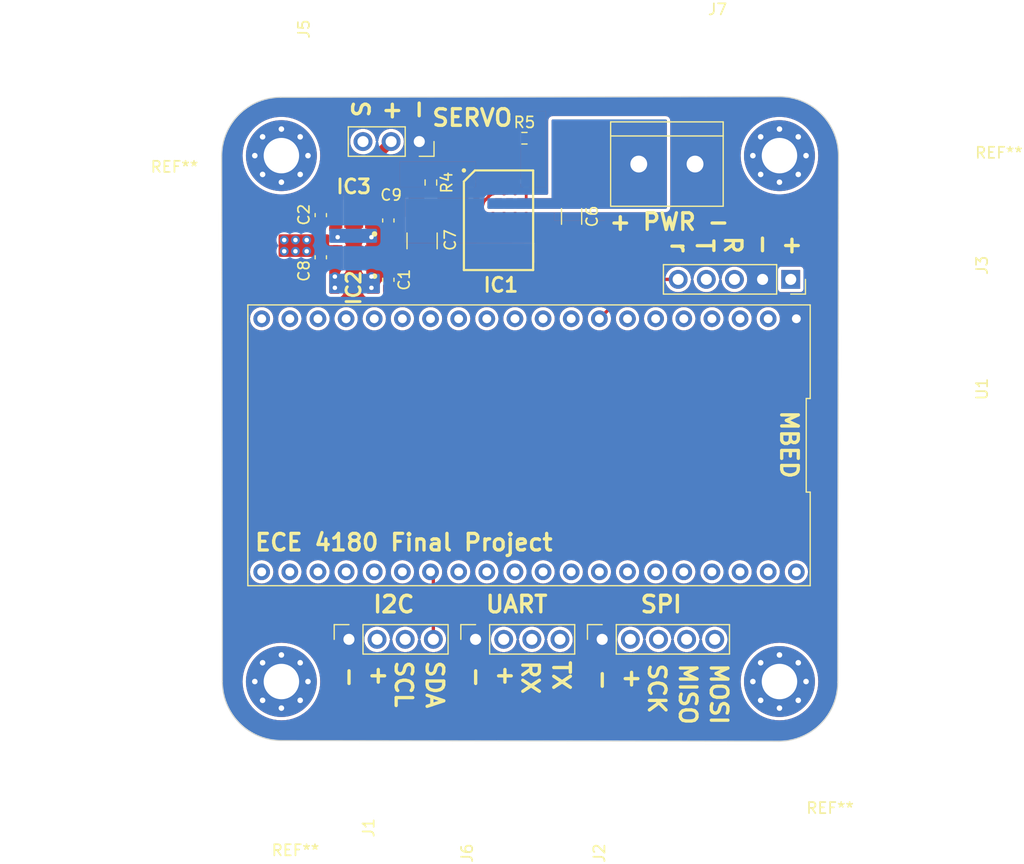
<source format=kicad_pcb>
(kicad_pcb (version 20221018) (generator pcbnew)
  (layers (0 "F.Cu" signal) (1 "In1.Cu" signal) (2 "In2.Cu" signal) (31 "B.Cu" signal) (34 "B.Paste" user) (35 "F.Paste" user) (36 "B.SilkS" user "B.Silkscreen") (37 "F.SilkS" user "F.Silkscreen") (38 "B.Mask" user) (39 "F.Mask" user) (44 "Edge.Cuts" user))
  (net 0 "")
  (net 1 "Net-(IC1-VOUT_1)")
  (net 2 "GND")
  (net 3 "/5V_SERVO")
  (net 4 "Net-(IC1-RUN)")
  (net 5 "/5V")
  (net 6 "Net-(IC1-AUX)")
  (net 9 "Net-(IC1-RT)")
  (net 10 "Net-(IC1-FB)")
  (net 12 "Net-(J1-Pin_3)")
  (net 13 "Net-(J1-Pin_4)")
  (net 14 "Net-(J2-Pin_3)")
  (net 15 "Net-(J2-Pin_4)")
  (net 16 "Net-(J2-Pin_5)")
  (net 17 "/RX")
  (net 18 "/TX")
  (net 19 "/RESET")
  (net 20 "Net-(J5-Pin_3)")
  (net 21 "Net-(J6-Pin_3)")
  (net 22 "Net-(J6-Pin_4)")
  (footprint "0_myLib:BGA48C100P6X8_625X900X352" (layer "F.Cu") (at 217.718 56.634)
    (fp_text reference "IC1" (at 0.214 5.85) (layer "F.SilkS") (effects (font (size 1.27 1.27) (thickness 0.254))))
    (fp_text value "LTM8053EY-1#PBF" hide)
    (fp_line (start -3.125 -3.5) (end -2.125 -4.5) (stroke (width 0.2)) (layer "F.SilkS"))
    (fp_line (start -3.125 4.5) (end -3.125 -3.5) (stroke (width 0.2)) (layer "F.SilkS"))
    (fp_line (start -2.125 -4.5) (end 3.125 -4.5) (stroke (width 0.2)) (layer "F.SilkS"))
    (fp_line (start 3.125 -4.5) (end 3.125 4.5) (stroke (width 0.2)) (layer "F.SilkS"))
    (fp_line (start 3.125 4.5) (end -3.125 4.5) (stroke (width 0.2)) (layer "F.SilkS"))
    (fp_circle (center -3.125 -4.5) (end -3.125 -4.4) (stroke (width 0.2)) (fill none) (layer "F.SilkS"))
    (pad "A1" smd circle (at -2.5 -3.5 90) (size 0.5 0.5) (layers "F.Cu" "F.Paste" "F.Mask") (net 2 "GND"))
    (pad "A2" smd circle (at -1.5 -3.5 90) (size 0.5 0.5) (layers "F.Cu" "F.Paste" "F.Mask") (net 6 "Net-(IC1-AUX)"))
    (pad "A3" smd circle (at -0.5 -3.5 90) (size 0.5 0.5) (layers "F.Cu" "F.Paste" "F.Mask"))
    (pad "A4" smd circle (at 0.5 -3.5 90) (size 0.5 0.5) (layers "F.Cu" "F.Paste" "F.Mask"))
    (pad "A5" smd circle (at 1.5 -3.5 90) (size 0.5 0.5) (layers "F.Cu" "F.Paste" "F.Mask") (net 9 "Net-(IC1-RT)"))
    (pad "A6" smd circle (at 2.5 -3.5 90) (size 0.5 0.5) (layers "F.Cu" "F.Paste" "F.Mask") (net 2 "GND"))
    (pad "B1" smd circle (at -2.5 -2.5 90) (size 0.5 0.5) (layers "F.Cu" "F.Paste" "F.Mask") (net 10 "Net-(IC1-FB)"))
    (pad "B2" smd circle (at -1.5 -2.5 90) (size 0.5 0.5) (layers "F.Cu" "F.Paste" "F.Mask") (net 6 "Net-(IC1-AUX)"))
    (pad "B3" smd circle (at -0.5 -2.5 90) (size 0.5 0.5) (layers "F.Cu" "F.Paste" "F.Mask") (net 2 "GND"))
    (pad "B4" smd circle (at 0.5 -2.5 90) (size 0.5 0.5) (layers "F.Cu" "F.Paste" "F.Mask") (net 2 "GND"))
    (pad "B5" smd circle (at 1.5 -2.5 90) (size 0.5 0.5) (layers "F.Cu" "F.Paste" "F.Mask"))
    (pad "B6" smd circle (at 2.5 -2.5 90) (size 0.5 0.5) (layers "F.Cu" "F.Paste" "F.Mask") (net 4 "Net-(IC1-RUN)"))
    (pad "C1" smd circle (at -2.5 -1.5 90) (size 0.5 0.5) (layers "F.Cu" "F.Paste" "F.Mask") (net 2 "GND"))
    (pad "C2" smd circle (at -1.5 -1.5 90) (size 0.5 0.5) (layers "F.Cu" "F.Paste" "F.Mask") (net 2 "GND"))
    (pad "C3" smd circle (at -0.5 -1.5 90) (size 0.5 0.5) (layers "F.Cu" "F.Paste" "F.Mask") (net 4 "Net-(IC1-RUN)"))
    (pad "C4" smd circle (at 0.5 -1.5 90) (size 0.5 0.5) (layers "F.Cu" "F.Paste" "F.Mask") (net 4 "Net-(IC1-RUN)"))
    (pad "C5" smd circle (at 1.5 -1.5 90) (size 0.5 0.5) (layers "F.Cu" "F.Paste" "F.Mask") (net 4 "Net-(IC1-RUN)"))
    (pad "C6" smd circle (at 2.5 -1.5 90) (size 0.5 0.5) (layers "F.Cu" "F.Paste" "F.Mask") (net 4 "Net-(IC1-RUN)"))
    (pad "D1" smd circle (at -2.5 -0.5 90) (size 0.5 0.5) (layers "F.Cu" "F.Paste" "F.Mask") (net 2 "GND"))
    (pad "D2" smd circle (at -1.5 -0.5 90) (size 0.5 0.5) (layers "F.Cu" "F.Paste" "F.Mask") (net 2 "GND"))
    (pad "D3" smd circle (at -0.5 -0.5 90) (size 0.5 0.5) (layers "F.Cu" "F.Paste" "F.Mask") (net 2 "GND"))
    (pad "D4" smd circle (at 0.5 -0.5 90) (size 0.5 0.5) (layers "F.Cu" "F.Paste" "F.Mask") (net 2 "GND"))
    (pad "D5" smd circle (at 1.5 -0.5 90) (size 0.5 0.5) (layers "F.Cu" "F.Paste" "F.Mask") (net 2 "GND"))
    (pad "D6" smd circle (at 2.5 -0.5 90) (size 0.5 0.5) (layers "F.Cu" "F.Paste" "F.Mask") (net 2 "GND"))
    (pad "E1" smd circle (at -2.5 0.5 90) (size 0.5 0.5) (layers "F.Cu" "F.Paste" "F.Mask") (net 2 "GND"))
    (pad "E2" smd circle (at -1.5 0.5 90) (size 0.5 0.5) (layers "F.Cu" "F.Paste" "F.Mask") (net 2 "GND"))
    (pad "E3" smd circle (at -0.5 0.5 90) (size 0.5 0.5) (layers "F.Cu" "F.Paste" "F.Mask") (net 2 "GND"))
    (pad "E4" smd circle (at 0.5 0.5 90) (size 0.5 0.5) (layers "F.Cu" "F.Paste" "F.Mask") (net 2 "GND"))
    (pad "E5" smd circle (at 1.5 0.5 90) (size 0.5 0.5) (layers "F.Cu" "F.Paste" "F.Mask") (net 2 "GND"))
    (pad "E6" smd circle (at 2.5 0.5 90) (size 0.5 0.5) (layers "F.Cu" "F.Paste" "F.Mask") (net 2 "GND"))
    (pad "F1" smd circle (at -2.5 1.5 90) (size 0.5 0.5) (layers "F.Cu" "F.Paste" "F.Mask") (net 2 "GND"))
    (pad "F2" smd circle (at -1.5 1.5 90) (size 0.5 0.5) (layers "F.Cu" "F.Paste" "F.Mask") (net 2 "GND"))
    (pad "F3" smd circle (at -0.5 1.5 90) (size 0.5 0.5) (layers "F.Cu" "F.Paste" "F.Mask") (net 2 "GND"))
    (pad "F4" smd circle (at 0.5 1.5 90) (size 0.5 0.5) (layers "F.Cu" "F.Paste" "F.Mask") (net 2 "GND"))
    (pad "F5" smd circle (at 1.5 1.5 90) (size 0.5 0.5) (layers "F.Cu" "F.Paste" "F.Mask") (net 2 "GND"))
    (pad "F6" smd circle (at 2.5 1.5 90) (size 0.5 0.5) (layers "F.Cu" "F.Paste" "F.Mask") (net 2 "GND"))
    (pad "G1" smd circle (at -2.5 2.5 90) (size 0.5 0.5) (layers "F.Cu" "F.Paste" "F.Mask") (net 1 "Net-(IC1-VOUT_1)"))
    (pad "G2" smd circle (at -1.5 2.5 90) (size 0.5 0.5) (layers "F.Cu" "F.Paste" "F.Mask") (net 1 "Net-(IC1-VOUT_1)"))
    (pad "G3" smd circle (at -0.5 2.5 90) (size 0.5 0.5) (layers "F.Cu" "F.Paste" "F.Mask") (net 1 "Net-(IC1-VOUT_1)"))
    (pad "G4" smd circle (at 0.5 2.5 90) (size 0.5 0.5) (layers "F.Cu" "F.Paste" "F.Mask") (net 1 "Net-(IC1-VOUT_1)"))
    (pad "G5" smd circle (at 1.5 2.5 90) (size 0.5 0.5) (layers "F.Cu" "F.Paste" "F.Mask") (net 1 "Net-(IC1-VOUT_1)"))
    (pad "G6" smd circle (at 2.5 2.5 90) (size 0.5 0.5) (layers "F.Cu" "F.Paste" "F.Mask") (net 1 "Net-(IC1-VOUT_1)"))
    (pad "H1" smd circle (at -2.5 3.5 90) (size 0.5 0.5) (layers "F.Cu" "F.Paste" "F.Mask") (net 1 "Net-(IC1-VOUT_1)"))
    (pad "H2" smd circle (at -1.5 3.5 90) (size 0.5 0.5) (layers "F.Cu" "F.Paste" "F.Mask") (net 1 "Net-(IC1-VOUT_1)"))
    (pad "H3" smd circle (at -0.5 3.5 90) (size 0.5 0.5) (layers "F.Cu" "F.Paste" "F.Mask") (net 1 "Net-(IC1-VOUT_1)"))
    (pad "H4" smd circle (at 0.5 3.5 90) (size 0.5 0.5) (layers "F.Cu" "F.Paste" "F.Mask") (net 1 "Net-(IC1-VOUT_1)"))
    (pad "H5" smd circle (at 1.5 3.5 90) (size 0.5 0.5) (layers "F.Cu" "F.Paste" "F.Mask") (net 1 "Net-(IC1-VOUT_1)"))
    (pad "H6" smd circle (at 2.5 3.5 90) (size 0.5 0.5) (layers "F.Cu" "F.Paste" "F.Mask") (net 1 "Net-(IC1-VOUT_1)"))
  )
  (footprint "Capacitor_SMD:C_0603_1608Metric" (layer "F.Cu") (at 201.676 59.983 -90)
    (fp_text reference "C8" (at 1.231 1.524 90) (layer "F.SilkS"))
    (fp_text value "10 uF")
    (fp_line (start -0.14058 -0.51) (end 0.14058 -0.51) (stroke (width 0.12)) (layer "F.SilkS"))
    (fp_line (start -0.14058 0.51) (end 0.14058 0.51) (stroke (width 0.12)) (layer "F.SilkS"))
    (pad "1" smd roundrect (at -0.775 0 270) (size 0.9 0.95) (layers "F.Cu" "F.Paste" "F.Mask") (net 5 "/5V"))
    (pad "2" smd roundrect (at 0.775 0 270) (size 0.9 0.95) (layers "F.Cu" "F.Paste" "F.Mask") (net 2 "GND"))
  )
  (footprint "Connector_PinSocket_2.54mm:PinSocket_1x05_P2.54mm_Vertical" (layer "F.Cu") (at 227.076 94.488 90)
    (fp_text reference "J2" (at -19.304 -0.254 90) (layer "F.SilkS"))
    (fp_text value "SPI")
    (fp_line (start -1.33 1.27) (end -1.33 11.49) (stroke (width 0.12)) (layer "F.SilkS"))
    (fp_line (start -1.33 1.27) (end 1.33 1.27) (stroke (width 0.12)) (layer "F.SilkS"))
    (fp_line (start -1.33 11.49) (end 1.33 11.49) (stroke (width 0.12)) (layer "F.SilkS"))
    (fp_line (start 0 -1.33) (end 1.33 -1.33) (stroke (width 0.12)) (layer "F.SilkS"))
    (fp_line (start 1.33 -1.33) (end 1.33 0) (stroke (width 0.12)) (layer "F.SilkS"))
    (fp_line (start 1.33 1.27) (end 1.33 11.49) (stroke (width 0.12)) (layer "F.SilkS"))
    (pad "1" thru_hole rect (at 0 0 90) (size 1.7 1.7) (drill 1) (layers "*.Cu" "*.Mask") (net 2 "GND"))
    (pad "2" thru_hole oval (at 0 2.54 90) (size 1.7 1.7) (drill 1) (layers "*.Cu" "*.Mask") (net 5 "/5V"))
    (pad "3" thru_hole oval (at 0 5.08 90) (size 1.7 1.7) (drill 1) (layers "*.Cu" "*.Mask") (net 14 "Net-(J2-Pin_3)"))
    (pad "4" thru_hole oval (at 0 7.62 90) (size 1.7 1.7) (drill 1) (layers "*.Cu" "*.Mask") (net 15 "Net-(J2-Pin_4)"))
    (pad "5" thru_hole oval (at 0 10.16 90) (size 1.7 1.7) (drill 1) (layers "*.Cu" "*.Mask") (net 16 "Net-(J2-Pin_5)"))
  )
  (footprint "Capacitor_SMD:C_0603_1608Metric" (layer "F.Cu") (at 207.772 56.655 90)
    (fp_text reference "C9" (at 2.299 0.254 180) (layer "F.SilkS"))
    (fp_text value "10 uF")
    (fp_line (start -0.14058 -0.51) (end 0.14058 -0.51) (stroke (width 0.12)) (layer "F.SilkS"))
    (fp_line (start -0.14058 0.51) (end 0.14058 0.51) (stroke (width 0.12)) (layer "F.SilkS"))
    (pad "1" smd roundrect (at -0.775 0 90) (size 0.9 0.95) (layers "F.Cu" "F.Paste" "F.Mask") (net 1 "Net-(IC1-VOUT_1)"))
    (pad "2" smd roundrect (at 0.775 0 90) (size 0.9 0.95) (layers "F.Cu" "F.Paste" "F.Mask") (net 2 "GND"))
  )
  (footprint "MountingHole:MountingHole_3.2mm_M3_Pad_Via" (layer "F.Cu") (at 243.078 50.8 180)
    (fp_text reference "REF**" (at -19.812 0.254) (layer "F.SilkS"))
    (fp_text value "MountingHole_3.2mm_M3_Pad_Via")
    (pad "1" thru_hole circle (at -2.4 0 180) (size 0.8 0.8) (drill 0.5) (layers "*.Cu" "*.Mask"))
    (pad "1" thru_hole circle (at -1.697056 -1.697056 180) (size 0.8 0.8) (drill 0.5) (layers "*.Cu" "*.Mask"))
    (pad "1" thru_hole circle (at -1.697056 1.697056 180) (size 0.8 0.8) (drill 0.5) (layers "*.Cu" "*.Mask"))
    (pad "1" thru_hole circle (at 0 -2.4 180) (size 0.8 0.8) (drill 0.5) (layers "*.Cu" "*.Mask"))
    (pad "1" thru_hole circle (at 0 0 180) (size 6.4 6.4) (drill 3.2) (layers "*.Cu" "*.Mask"))
    (pad "1" thru_hole circle (at 0 2.4 180) (size 0.8 0.8) (drill 0.5) (layers "*.Cu" "*.Mask"))
    (pad "1" thru_hole circle (at 1.697056 -1.697056 180) (size 0.8 0.8) (drill 0.5) (layers "*.Cu" "*.Mask"))
    (pad "1" thru_hole circle (at 1.697056 1.697056 180) (size 0.8 0.8) (drill 0.5) (layers "*.Cu" "*.Mask"))
    (pad "1" thru_hole circle (at 2.4 0 180) (size 0.8 0.8) (drill 0.5) (layers "*.Cu" "*.Mask"))
  )
  (footprint "TerminalBlock:TerminalBlock_bornier-2_P5.08mm" (layer "F.Cu") (at 235.458 51.562 180)
    (fp_text reference "J7" (at -2.032 13.97) (layer "F.SilkS"))
    (fp_text value "VIN")
    (fp_line (start -2.54 -3.81) (end -2.54 3.81) (stroke (width 0.12)) (layer "F.SilkS"))
    (fp_line (start -2.54 3.81) (end 7.62 3.81) (stroke (width 0.12)) (layer "F.SilkS"))
    (fp_line (start 7.62 -3.81) (end -2.54 -3.81) (stroke (width 0.12)) (layer "F.SilkS"))
    (fp_line (start 7.62 2.54) (end -2.54 2.54) (stroke (width 0.12)) (layer "F.SilkS"))
    (fp_line (start 7.62 3.81) (end 7.62 -3.81) (stroke (width 0.12)) (layer "F.SilkS"))
    (pad "1" thru_hole rect (at 0 0 180) (size 3 3) (drill 1.52) (layers "*.Cu" "*.Mask") (net 2 "GND"))
    (pad "2" thru_hole circle (at 5.08 0 180) (size 3 3) (drill 1.52) (layers "*.Cu" "*.Mask") (net 4 "Net-(IC1-RUN)"))
  )
  (footprint "Resistor_SMD:R_0603_1608Metric" (layer "F.Cu") (at 211.614 53.229 -90)
    (fp_text reference "R4" (at 0 -1.43 90) (layer "F.SilkS"))
    (fp_text value "34k")
    (fp_line (start -0.237258 -0.5225) (end 0.237258 -0.5225) (stroke (width 0.12)) (layer "F.SilkS"))
    (fp_line (start -0.237258 0.5225) (end 0.237258 0.5225) (stroke (width 0.12)) (layer "F.SilkS"))
    (pad "1" smd roundrect (at -0.825 0 270) (size 0.8 0.95) (layers "F.Cu" "F.Paste" "F.Mask") (net 2 "GND"))
    (pad "2" smd roundrect (at 0.825 0 270) (size 0.8 0.95) (layers "F.Cu" "F.Paste" "F.Mask") (net 10 "Net-(IC1-FB)"))
  )
  (footprint "MountingHole:MountingHole_3.2mm_M3_Pad_Via" (layer "F.Cu") (at 198.12 50.8 180)
    (fp_text reference "REF**" (at 9.652 -1.016) (layer "F.SilkS"))
    (fp_text value "MountingHole_3.2mm_M3_Pad_Via")
    (pad "1" thru_hole circle (at -2.4 0 180) (size 0.8 0.8) (drill 0.5) (layers "*.Cu" "*.Mask"))
    (pad "1" thru_hole circle (at -1.697056 -1.697056 180) (size 0.8 0.8) (drill 0.5) (layers "*.Cu" "*.Mask"))
    (pad "1" thru_hole circle (at -1.697056 1.697056 180) (size 0.8 0.8) (drill 0.5) (layers "*.Cu" "*.Mask"))
    (pad "1" thru_hole circle (at 0 -2.4 180) (size 0.8 0.8) (drill 0.5) (layers "*.Cu" "*.Mask"))
    (pad "1" thru_hole circle (at 0 0 180) (size 6.4 6.4) (drill 3.2) (layers "*.Cu" "*.Mask"))
    (pad "1" thru_hole circle (at 0 2.4 180) (size 0.8 0.8) (drill 0.5) (layers "*.Cu" "*.Mask"))
    (pad "1" thru_hole circle (at 1.697056 -1.697056 180) (size 0.8 0.8) (drill 0.5) (layers "*.Cu" "*.Mask"))
    (pad "1" thru_hole circle (at 1.697056 1.697056 180) (size 0.8 0.8) (drill 0.5) (layers "*.Cu" "*.Mask"))
    (pad "1" thru_hole circle (at 2.4 0 180) (size 0.8 0.8) (drill 0.5) (layers "*.Cu" "*.Mask"))
  )
  (footprint "MountingHole:MountingHole_3.2mm_M3_Pad_Via" (layer "F.Cu") (at 243.078 98.298 180)
    (fp_text reference "REF**" (at -4.572 -11.43) (layer "F.SilkS"))
    (fp_text value "MountingHole_3.2mm_M3_Pad_Via")
    (pad "1" thru_hole circle (at -2.4 0 180) (size 0.8 0.8) (drill 0.5) (layers "*.Cu" "*.Mask"))
    (pad "1" thru_hole circle (at -1.697056 -1.697056 180) (size 0.8 0.8) (drill 0.5) (layers "*.Cu" "*.Mask"))
    (pad "1" thru_hole circle (at -1.697056 1.697056 180) (size 0.8 0.8) (drill 0.5) (layers "*.Cu" "*.Mask"))
    (pad "1" thru_hole circle (at 0 -2.4 180) (size 0.8 0.8) (drill 0.5) (layers "*.Cu" "*.Mask"))
    (pad "1" thru_hole circle (at 0 0 180) (size 6.4 6.4) (drill 3.2) (layers "*.Cu" "*.Mask"))
    (pad "1" thru_hole circle (at 0 2.4 180) (size 0.8 0.8) (drill 0.5) (layers "*.Cu" "*.Mask"))
    (pad "1" thru_hole circle (at 1.697056 -1.697056 180) (size 0.8 0.8) (drill 0.5) (layers "*.Cu" "*.Mask"))
    (pad "1" thru_hole circle (at 1.697056 1.697056 180) (size 0.8 0.8) (drill 0.5) (layers "*.Cu" "*.Mask"))
    (pad "1" thru_hole circle (at 2.4 0 180) (size 0.8 0.8) (drill 0.5) (layers "*.Cu" "*.Mask"))
  )
  (footprint "MountingHole:MountingHole_3.2mm_M3_Pad_Via" (layer "F.Cu") (at 198.12 98.298 180)
    (fp_text reference "REF**" (at -1.27 -15.24) (layer "F.SilkS"))
    (fp_text value "MountingHole_3.2mm_M3_Pad_Via")
    (pad "1" thru_hole circle (at -2.4 0 180) (size 0.8 0.8) (drill 0.5) (layers "*.Cu" "*.Mask"))
    (pad "1" thru_hole circle (at -1.697056 -1.697056 180) (size 0.8 0.8) (drill 0.5) (layers "*.Cu" "*.Mask"))
    (pad "1" thru_hole circle (at -1.697056 1.697056 180) (size 0.8 0.8) (drill 0.5) (layers "*.Cu" "*.Mask"))
    (pad "1" thru_hole circle (at 0 -2.4 180) (size 0.8 0.8) (drill 0.5) (layers "*.Cu" "*.Mask"))
    (pad "1" thru_hole circle (at 0 0 180) (size 6.4 6.4) (drill 3.2) (layers "*.Cu" "*.Mask"))
    (pad "1" thru_hole circle (at 0 2.4 180) (size 0.8 0.8) (drill 0.5) (layers "*.Cu" "*.Mask"))
    (pad "1" thru_hole circle (at 1.697056 -1.697056 180) (size 0.8 0.8) (drill 0.5) (layers "*.Cu" "*.Mask"))
    (pad "1" thru_hole circle (at 1.697056 1.697056 180) (size 0.8 0.8) (drill 0.5) (layers "*.Cu" "*.Mask"))
    (pad "1" thru_hole circle (at 2.4 0 180) (size 0.8 0.8) (drill 0.5) (layers "*.Cu" "*.Mask"))
  )
  (footprint "Connector_PinSocket_2.54mm:PinSocket_1x03_P2.54mm_Vertical" (layer "F.Cu") (at 210.566 49.53 -90)
    (fp_text reference "J5" (at -10.16 10.414 90) (layer "F.SilkS"))
    (fp_text value "SERVO")
    (fp_line (start -1.33 1.27) (end -1.33 6.41) (stroke (width 0.12)) (layer "F.SilkS"))
    (fp_line (start -1.33 1.27) (end 1.33 1.27) (stroke (width 0.12)) (layer "F.SilkS"))
    (fp_line (start -1.33 6.41) (end 1.33 6.41) (stroke (width 0.12)) (layer "F.SilkS"))
    (fp_line (start 0 -1.33) (end 1.33 -1.33) (stroke (width 0.12)) (layer "F.SilkS"))
    (fp_line (start 1.33 -1.33) (end 1.33 0) (stroke (width 0.12)) (layer "F.SilkS"))
    (fp_line (start 1.33 1.27) (end 1.33 6.41) (stroke (width 0.12)) (layer "F.SilkS"))
    (pad "1" thru_hole rect (at 0 0 270) (size 1.7 1.7) (drill 1) (layers "*.Cu" "*.Mask") (net 2 "GND"))
    (pad "2" thru_hole oval (at 0 2.54 270) (size 1.7 1.7) (drill 1) (layers "*.Cu" "*.Mask") (net 3 "/5V_SERVO"))
    (pad "3" thru_hole oval (at 0 5.08 270) (size 1.7 1.7) (drill 1) (layers "*.Cu" "*.Mask") (net 20 "Net-(J5-Pin_3)"))
  )
  (footprint "Connector_PinSocket_2.54mm:PinSocket_1x05_P2.54mm_Vertical" (layer "F.Cu") (at 244.094 61.976 -90)
    (fp_text reference "J3" (at -1.27 -17.272 90) (layer "F.SilkS"))
    (fp_text value "uLCD")
    (fp_line (start -1.33 1.27) (end -1.33 11.49) (stroke (width 0.12)) (layer "F.SilkS"))
    (fp_line (start -1.33 1.27) (end 1.33 1.27) (stroke (width 0.12)) (layer "F.SilkS"))
    (fp_line (start -1.33 11.49) (end 1.33 11.49) (stroke (width 0.12)) (layer "F.SilkS"))
    (fp_line (start 0 -1.33) (end 1.33 -1.33) (stroke (width 0.12)) (layer "F.SilkS"))
    (fp_line (start 1.33 -1.33) (end 1.33 0) (stroke (width 0.12)) (layer "F.SilkS"))
    (fp_line (start 1.33 1.27) (end 1.33 11.49) (stroke (width 0.12)) (layer "F.SilkS"))
    (pad "1" thru_hole rect (at 0 0 270) (size 1.7 1.7) (drill 1) (layers "*.Cu" "*.Mask") (net 5 "/5V"))
    (pad "2" thru_hole oval (at 0 2.54 270) (size 1.7 1.7) (drill 1) (layers "*.Cu" "*.Mask") (net 2 "GND"))
    (pad "3" thru_hole oval (at 0 5.08 270) (size 1.7 1.7) (drill 1) (layers "*.Cu" "*.Mask") (net 17 "/RX"))
    (pad "4" thru_hole oval (at 0 7.62 270) (size 1.7 1.7) (drill 1) (layers "*.Cu" "*.Mask") (net 18 "/TX"))
    (pad "5" thru_hole oval (at 0 10.16 270) (size 1.7 1.7) (drill 1) (layers "*.Cu" "*.Mask") (net 19 "/RESET"))
  )
  (footprint "Resistor_SMD:R_0603_1608Metric" (layer "F.Cu") (at 220.059 49.228)
    (fp_text reference "R5" (at 0 -1.43) (layer "F.SilkS"))
    (fp_text value "33.2k")
    (fp_line (start -0.237258 -0.5225) (end 0.237258 -0.5225) (stroke (width 0.12)) (layer "F.SilkS"))
    (fp_line (start -0.237258 0.5225) (end 0.237258 0.5225) (stroke (width 0.12)) (layer "F.SilkS"))
    (pad "1" smd roundrect (at -0.825 0) (size 0.8 0.95) (layers "F.Cu" "F.Paste" "F.Mask") (net 9 "Net-(IC1-RT)"))
    (pad "2" smd roundrect (at 0.825 0) (size 0.8 0.95) (layers "F.Cu" "F.Paste" "F.Mask") (net 2 "GND"))
  )
  (footprint "Capacitor_SMD:C_0603_1608Metric" (layer "F.Cu") (at 207.772 62.015 -90)
    (fp_text reference "C1" (at 0 -1.43 90) (layer "F.SilkS"))
    (fp_text value "10 uF")
    (fp_line (start -0.14058 -0.51) (end 0.14058 -0.51) (stroke (width 0.12)) (layer "F.SilkS"))
    (fp_line (start -0.14058 0.51) (end 0.14058 0.51) (stroke (width 0.12)) (layer "F.SilkS"))
    (pad "1" smd roundrect (at -0.775 0 270) (size 0.9 0.95) (layers "F.Cu" "F.Paste" "F.Mask") (net 1 "Net-(IC1-VOUT_1)"))
    (pad "2" smd roundrect (at 0.775 0 270) (size 0.9 0.95) (layers "F.Cu" "F.Paste" "F.Mask") (net 2 "GND"))
  )
  (footprint "Connector_PinSocket_2.54mm:PinSocket_1x04_P2.54mm_Vertical" (layer "F.Cu") (at 215.646 94.488 90)
    (fp_text reference "J6" (at -19.304 -0.762 90) (layer "F.SilkS"))
    (fp_text value "UART")
    (fp_line (start -1.33 1.27) (end -1.33 8.95) (stroke (width 0.12)) (layer "F.SilkS"))
    (fp_line (start -1.33 1.27) (end 1.33 1.27) (stroke (width 0.12)) (layer "F.SilkS"))
    (fp_line (start -1.33 8.95) (end 1.33 8.95) (stroke (width 0.12)) (layer "F.SilkS"))
    (fp_line (start 0 -1.33) (end 1.33 -1.33) (stroke (width 0.12)) (layer "F.SilkS"))
    (fp_line (start 1.33 -1.33) (end 1.33 0) (stroke (width 0.12)) (layer "F.SilkS"))
    (fp_line (start 1.33 1.27) (end 1.33 8.95) (stroke (width 0.12)) (layer "F.SilkS"))
    (pad "1" thru_hole rect (at 0 0 90) (size 1.7 1.7) (drill 1) (layers "*.Cu" "*.Mask") (net 2 "GND"))
    (pad "2" thru_hole oval (at 0 2.54 90) (size 1.7 1.7) (drill 1) (layers "*.Cu" "*.Mask") (net 5 "/5V"))
    (pad "3" thru_hole oval (at 0 5.08 90) (size 1.7 1.7) (drill 1) (layers "*.Cu" "*.Mask") (net 21 "Net-(J6-Pin_3)"))
    (pad "4" thru_hole oval (at 0 7.62 90) (size 1.7 1.7) (drill 1) (layers "*.Cu" "*.Mask") (net 22 "Net-(J6-Pin_4)"))
  )
  (footprint "Capacitor_SMD:C_0603_1608Metric" (layer "F.Cu") (at 201.676 56.173 -90)
    (fp_text reference "C2" (at -0.039 1.524 90) (layer "F.SilkS"))
    (fp_text value "10 uF")
    (fp_line (start -0.14058 -0.51) (end 0.14058 -0.51) (stroke (width 0.12)) (layer "F.SilkS"))
    (fp_line (start -0.14058 0.51) (end 0.14058 0.51) (stroke (width 0.12)) (layer "F.SilkS"))
    (pad "1" smd roundrect (at -0.775 0 270) (size 0.9 0.95) (layers "F.Cu" "F.Paste" "F.Mask") (net 3 "/5V_SERVO"))
    (pad "2" smd roundrect (at 0.775 0 270) (size 0.9 0.95) (layers "F.Cu" "F.Paste" "F.Mask") (net 2 "GND"))
  )
  (footprint "0_myLib:SON95P300X300X80-7N" (layer "F.Cu") (at 204.65 56.226 180)
    (fp_text reference "IC3" (at 0 2.632) (layer "F.SilkS") (effects (font (size 1.27 1.27) (thickness 0.254))))
    (fp_text value "LP38692SDX-5.0_NOPB" hide)
    (fp_circle (center -1.875 -1.65) (end -1.875 -1.525) (stroke (width 0.25)) (fill none) (layer "F.SilkS"))
    (pad "1" smd rect (at -1.45 -0.95 270) (size 0.4 0.85) (layers "F.Cu" "F.Paste" "F.Mask") (net 1 "Net-(IC1-VOUT_1)"))
    (pad "2" smd rect (at -1.45 0 270) (size 0.4 0.85) (layers "F.Cu" "F.Paste" "F.Mask") (net 2 "GND"))
    (pad "3" smd rect (at -1.45 0.95 270) (size 0.4 0.85) (layers "F.Cu" "F.Paste" "F.Mask") (net 1 "Net-(IC1-VOUT_1)"))
    (pad "4" smd rect (at 1.45 0.95 270) (size 0.4 0.85) (layers "F.Cu" "F.Paste" "F.Mask") (net 3 "/5V_SERVO"))
    (pad "5" smd rect (at 1.45 0 270) (size 0.4 0.85) (layers "F.Cu" "F.Paste" "F.Mask") (net 1 "Net-(IC1-VOUT_1)"))
    (pad "6" smd rect (at 1.45 -0.95 270) (size 0.4 0.85) (layers "F.Cu" "F.Paste" "F.Mask") (net 1 "Net-(IC1-VOUT_1)"))
    (pad "7" smd rect (at 0 0 180) (size 1.7 2.2) (layers "F.Cu" "F.Paste" "F.Mask") (net 2 "GND"))
  )
  (footprint "Connector_PinSocket_2.54mm:PinSocket_1x04_P2.54mm_Vertical" (layer "F.Cu") (at 204.216 94.488 90)
    (fp_text reference "J1" (at -17.018 1.778 90) (layer "F.SilkS"))
    (fp_text value "I2C")
    (fp_line (start -1.33 1.27) (end -1.33 8.95) (stroke (width 0.12)) (layer "F.SilkS"))
    (fp_line (start -1.33 1.27) (end 1.33 1.27) (stroke (width 0.12)) (layer "F.SilkS"))
    (fp_line (start -1.33 8.95) (end 1.33 8.95) (stroke (width 0.12)) (layer "F.SilkS"))
    (fp_line (start 0 -1.33) (end 1.33 -1.33) (stroke (width 0.12)) (layer "F.SilkS"))
    (fp_line (start 1.33 -1.33) (end 1.33 0) (stroke (width 0.12)) (layer "F.SilkS"))
    (fp_line (start 1.33 1.27) (end 1.33 8.95) (stroke (width 0.12)) (layer "F.SilkS"))
    (pad "1" thru_hole rect (at 0 0 90) (size 1.7 1.7) (drill 1) (layers "*.Cu" "*.Mask") (net 2 "GND"))
    (pad "2" thru_hole oval (at 0 2.54 90) (size 1.7 1.7) (drill 1) (layers "*.Cu" "*.Mask") (net 5 "/5V"))
    (pad "3" thru_hole oval (at 0 5.08 90) (size 1.7 1.7) (drill 1) (layers "*.Cu" "*.Mask") (net 12 "Net-(J1-Pin_3)"))
    (pad "4" thru_hole oval (at 0 7.62 90) (size 1.7 1.7) (drill 1) (layers "*.Cu" "*.Mask") (net 13 "Net-(J1-Pin_4)"))
  )
  (footprint "Capacitor_SMD:C_1210_3225Metric" (layer "F.Cu") (at 210.82 58.501 90)
    (fp_text reference "C7" (at 0.081 2.54 90) (layer "F.SilkS"))
    (fp_text value "47 uF")
    (fp_line (start -0.711252 -1.36) (end 0.711252 -1.36) (stroke (width 0.12)) (layer "F.SilkS"))
    (fp_line (start -0.711252 1.36) (end 0.711252 1.36) (stroke (width 0.12)) (layer "F.SilkS"))
    (pad "1" smd roundrect (at -1.475 0 90) (size 1.15 2.7) (layers "F.Cu" "F.Paste" "F.Mask") (roundrect_rratio 0.2173913043) (net 1 "Net-(IC1-VOUT_1)"))
    (pad "2" smd roundrect (at 1.475 0 90) (size 1.15 2.7) (layers "F.Cu" "F.Paste" "F.Mask") (roundrect_rratio 0.2173913043) (net 2 "GND"))
  )
  (footprint "0_myLib:SON95P300X300X80-7N" (layer "F.Cu") (at 204.65 60.036 180)
    (fp_text reference "IC2" (at 0 -2.702 90) (layer "F.SilkS") (effects (font (size 1.27 1.27) (thickness 0.254))))
    (fp_text value "LP38692SDX-5.0_NOPB" hide)
    (fp_circle (center -1.875 -1.65) (end -1.875 -1.525) (stroke (width 0.25)) (fill none) (layer "F.SilkS"))
    (pad "1" smd rect (at -1.45 -0.95 270) (size 0.4 0.85) (layers "F.Cu" "F.Paste" "F.Mask") (net 1 "Net-(IC1-VOUT_1)"))
    (pad "2" smd rect (at -1.45 0 270) (size 0.4 0.85) (layers "F.Cu" "F.Paste" "F.Mask") (net 2 "GND"))
    (pad "3" smd rect (at -1.45 0.95 270) (size 0.4 0.85) (layers "F.Cu" "F.Paste" "F.Mask") (net 1 "Net-(IC1-VOUT_1)"))
    (pad "4" smd rect (at 1.45 0.95 270) (size 0.4 0.85) (layers "F.Cu" "F.Paste" "F.Mask") (net 5 "/5V"))
    (pad "5" smd rect (at 1.45 0 270) (size 0.4 0.85) (layers "F.Cu" "F.Paste" "F.Mask") (net 1 "Net-(IC1-VOUT_1)"))
    (pad "6" smd rect (at 1.45 -0.95 270) (size 0.4 0.85) (layers "F.Cu" "F.Paste" "F.Mask") (net 1 "Net-(IC1-VOUT_1)"))
    (pad "7" smd rect (at 0 0 180) (size 1.7 2.2) (layers "F.Cu" "F.Paste" "F.Mask") (net 2 "GND"))
  )
  (footprint "Capacitor_SMD:C_1206_3216Metric" (layer "F.Cu") (at 224.314 56.291 -90)
    (fp_text reference "C6" (at 0 -1.85 90) (layer "F.SilkS"))
    (fp_text value "4.7 uF")
    (fp_line (start -0.711252 -0.91) (end 0.711252 -0.91) (stroke (width 0.12)) (layer "F.SilkS"))
    (fp_line (start -0.711252 0.91) (end 0.711252 0.91) (stroke (width 0.12)) (layer "F.SilkS"))
    (pad "1" smd roundrect (at -1.475 0 270) (size 1.15 1.8) (layers "F.Cu" "F.Paste" "F.Mask") (roundrect_rratio 0.2173913043) (net 4 "Net-(IC1-RUN)"))
    (pad "2" smd roundrect (at 1.475 0 270) (size 1.15 1.8) (layers "F.Cu" "F.Paste" "F.Mask") (roundrect_rratio 0.2173913043) (net 2 "GND"))
  )
  (footprint "0_myLib:DIP-40_900" (layer "F.Cu") (at 220.472 76.962 180)
    (fp_text reference "U1" (at -40.894 5.08 90) (layer "F.SilkS"))
    (fp_text value "~")
    (fp_line (start -25.38 -12.68) (end -25.38 -4.226666) (stroke (width 0.12)) (layer "F.SilkS"))
    (fp_line (start -25.38 -4.226666) (end -25.02 -4.226666) (stroke (width 0.12)) (layer "F.SilkS"))
    (fp_line (start -25.38 4.226666) (end -25.38 12.679999) (stroke (width 0.12)) (layer "F.SilkS"))
    (fp_line (start -25.38 12.679999) (end 25.38 12.68) (stroke (width 0.12)) (layer "F.SilkS"))
    (fp_line (start -25.02 -4.226666) (end -25.02 4.226666) (stroke (width 0.12)) (layer "F.SilkS"))
    (fp_line (start -25.02 4.226666) (end -25.38 4.226666) (stroke (width 0.12)) (layer "F.SilkS"))
    (fp_line (start 25.38 -12.679999) (end -25.38 -12.68) (stroke (width 0.12)) (layer "F.SilkS"))
    (fp_line (start 25.38 12.68) (end 25.38 -12.679999) (stroke (width 0.12)) (layer "F.SilkS"))
    (pad "1" thru_hole circle (at -24.13 11.43 180) (size 1.5 1.5) (drill 0.8) (layers "*.Cu" "*.Mask") (net 2 "GND"))
    (pad "2" thru_hole circle (at -21.59 11.43 180) (size 1.5 1.5) (drill 0.8) (layers "*.Cu" "*.Mask") (net 5 "/5V"))
    (pad "3" thru_hole circle (at -19.05 11.43 180) (size 1.5 1.5) (drill 0.8) (layers "*.Cu" "*.Mask"))
    (pad "4" thru_hole circle (at -16.51 11.43 180) (size 1.5 1.5) (drill 0.8) (layers "*.Cu" "*.Mask"))
    (pad "5" thru_hole circle (at -13.97 11.43 180) (size 1.5 1.5) (drill 0.8) (layers "*.Cu" "*.Mask") (net 16 "Net-(J2-Pin_5)"))
    (pad "6" thru_hole circle (at -11.43 11.43 180) (size 1.5 1.5) (drill 0.8) (layers "*.Cu" "*.Mask") (net 15 "Net-(J2-Pin_4)"))
    (pad "7" thru_hole circle (at -8.89 11.43 180) (size 1.5 1.5) (drill 0.8) (layers "*.Cu" "*.Mask") (net 14 "Net-(J2-Pin_3)"))
    (pad "8" thru_hole circle (at -6.35 11.43 180) (size 1.5 1.5) (drill 0.8) (layers "*.Cu" "*.Mask") (net 19 "/RESET"))
    (pad "9" thru_hole circle (at -3.81 11.43 180) (size 1.5 1.5) (drill 0.8) (layers "*.Cu" "*.Mask") (net 22 "Net-(J6-Pin_4)"))
    (pad "10" thru_hole circle (at -1.27 11.43 180) (size 1.5 1.5) (drill 0.8) (layers "*.Cu" "*.Mask") (net 21 "Net-(J6-Pin_3)"))
    (pad "11" thru_hole circle (at 1.27 11.43 180) (size 1.5 1.5) (drill 0.8) (layers "*.Cu" "*.Mask"))
    (pad "12" thru_hole circle (at 3.81 11.43 180) (size 1.5 1.5) (drill 0.8) (layers "*.Cu" "*.Mask"))
    (pad "13" thru_hole circle (at 6.35 11.43 180) (size 1.5 1.5) (drill 0.8) (layers "*.Cu" "*.Mask") (net 17 "/RX"))
    (pad "14" thru_hole circle (at 8.89 11.43 180) (size 1.5 1.5) (drill 0.8) (layers "*.Cu" "*.Mask") (net 18 "/TX"))
    (pad "15" thru_hole circle (at 11.43 11.43 180) (size 1.5 1.5) (drill 0.8) (layers "*.Cu" "*.Mask"))
    (pad "16" thru_hole circle (at 13.97 11.43 180) (size 1.5 1.5) (drill 0.8) (layers "*.Cu" "*.Mask"))
    (pad "17" thru_hole circle (at 16.51 11.43 180) (size 1.5 1.5) (drill 0.8) (layers "*.Cu" "*.Mask"))
    (pad "18" thru_hole circle (at 19.05 11.43 180) (size 1.5 1.5) (drill 0.8) (layers "*.Cu" "*.Mask"))
    (pad "19" thru_hole circle (at 21.59 11.43 180) (size 1.5 1.5) (drill 0.8) (layers "*.Cu" "*.Mask"))
    (pad "20" thru_hole circle (at 24.13 11.43 180) (size 1.5 1.5) (drill 0.8) (layers "*.Cu" "*.Mask"))
    (pad "21" thru_hole circle (at 24.13 -11.43 180) (size 1.5 1.5) (drill 0.8) (layers "*.Cu" "*.Mask") (net 20 "Net-(J5-Pin_3)"))
    (pad "22" thru_hole circle (at 21.59 -11.43 180) (size 1.5 1.5) (drill 0.8) (layers "*.Cu" "*.Mask"))
    (pad "23" thru_hole circle (at 19.05 -11.43 180) (size 1.5 1.5) (drill 0.8) (layers "*.Cu" "*.Mask"))
    (pad "24" thru_hole circle (at 16.51 -11.43 180) (size 1.5 1.5) (drill 0.8) (layers "*.Cu" "*.Mask"))
    (pad "25" thru_hole circle (at 13.97 -11.43 180) (size 1.5 1.5) (drill 0.8) (layers "*.Cu" "*.Mask"))
    (pad "26" thru_hole circle (at 11.43 -11.43 180) (size 1.5 1.5) (drill 0.8) (layers "*.Cu" "*.Mask"))
    (pad "27" thru_hole circle (at 8.89 -11.43 180) (size 1.5 1.5) (drill 0.8) (layers "*.Cu" "*.Mask") (net 13 "Net-(J1-Pin_4)"))
    (pad "28" thru_hole circle (at 6.35 -11.43 180) (size 1.5 1.5) (drill 0.8) (layers "*.Cu" "*.Mask") (net 12 "Net-(J1-Pin_3)"))
    (pad "29" thru_hole circle (at 3.81 -11.43 180) (size 1.5 1.5) (drill 0.8) (layers "*.Cu" "*.Mask"))
    (pad "30" thru_hole circle (at 1.27 -11.43 180) (size 1.5 1.5) (drill 0.8) (layers "*.Cu" "*.Mask"))
    (pad "31" thru_hole circle (at -1.27 -11.43 180) (size 1.5 1.5) (drill 0.8) (layers "*.Cu" "*.Mask"))
    (pad "32" thru_hole circle (at -3.81 -11.43 180) (size 1.5 1.5) (drill 0.8) (layers "*.Cu" "*.Mask"))
    (pad "33" thru_hole circle (at -6.35 -11.43 180) (size 1.5 1.5) (drill 0.8) (layers "*.Cu" "*.Mask"))
    (pad "34" thru_hole circle (at -8.89 -11.43 180) (size 1.5 1.5) (drill 0.8) (layers "*.Cu" "*.Mask"))
    (pad "35" thru_hole circle (at -11.43 -11.43 180) (size 1.5 1.5) (drill 0.8) (layers "*.Cu" "*.Mask"))
    (pad "36" thru_hole circle (at -13.97 -11.43 180) (size 1.5 1.5) (drill 0.8) (layers "*.Cu" "*.Mask"))
    (pad "37" thru_hole circle (at -16.51 -11.43 180) (size 1.5 1.5) (drill 0.8) (layers "*.Cu" "*.Mask"))
    (pad "38" thru_hole circle (at -19.05 -11.43 180) (size 1.5 1.5) (drill 0.8) (layers "*.Cu" "*.Mask"))
    (pad "39" thru_hole circle (at -21.59 -11.43 180) (size 1.5 1.5) (drill 0.8) (layers "*.Cu" "*.Mask"))
    (pad "40" thru_hole circle (at -24.13 -11.43 180) (size 1.5 1.5) (drill 0.8) (layers "*.Cu" "*.Mask"))
  )
  (gr_line (start 198.120001 103.628001) (end 243.0131 103.692975) (stroke (width 0.1)) (layer "Edge.Cuts"))
  (gr_arc (start 248.3431 98.362975) (mid 246.781979 102.131854) (end 243.0131 103.692975) (stroke (width 0.1)) (layer "Edge.Cuts"))
  (gr_arc (start 192.728009 50.859108) (mid 194.28913 47.090229) (end 198.058009 45.529108) (stroke (width 0.1)) (layer "Edge.Cuts"))
  (gr_line (start 243.077997 45.470003) (end 198.058009 45.529108) (stroke (width 0.1)) (layer "Edge.Cuts"))
  (gr_arc (start 243.077997 45.470003) (mid 246.846876 47.031124) (end 248.407997 50.800003) (stroke (width 0.1)) (layer "Edge.Cuts"))
  (gr_arc (start 198.120001 103.628001) (mid 194.351122 102.06688) (end 192.790001 98.298001) (stroke (width 0.1)) (layer "Edge.Cuts"))
  (gr_line (start 192.728009 50.859108) (end 192.790001 98.298001) (stroke (width 0.1)) (layer "Edge.Cuts"))
  (gr_line (start 248.407997 50.800003) (end 248.3431 98.362975) (stroke (width 0.1)) (layer "Edge.Cuts"))
  (gr_text "-" (at 203.454 96.774 -90) (layer "F.SilkS") (effects (font (size 1.5 1.5) (thickness 0.3) bold) (justify left bottom)))
  (gr_text "RX" (at 219.71 96.266 270) (layer "F.SilkS") (effects (font (size 1.5 1.5) (thickness 0.3) bold) (justify left bottom)))
  (gr_text "MISO" (at 233.934 96.52 270) (layer "F.SilkS") (effects (font (size 1.5 1.5) (thickness 0.3) bold) (justify left bottom)))
  (gr_text "SCL" (at 208.28 96.266 270) (layer "F.SilkS") (effects (font (size 1.5 1.5) (thickness 0.3) bold) (justify left bottom)))
  (gr_text "ECE 4180 Final Project" (at 195.58 86.614) (layer "F.SilkS") (effects (font (size 1.5 1.5) (thickness 0.3) bold) (justify left bottom)))
  (gr_text "SCK" (at 231.14 96.52 270) (layer "F.SilkS") (effects (font (size 1.5 1.5) (thickness 0.3) bold) (justify left bottom)))
  (gr_text "SPI" (at 230.378 92.202) (layer "F.SilkS") (effects (font (size 1.5 1.5) (thickness 0.3) bold) (justify left bottom)))
  (gr_text "T" (at 235.458 58.166 -90) (layer "F.SilkS") (effects (font (size 1.5 1.5) (thickness 0.3) bold) (justify left bottom)))
  (gr_text "+" (at 217.17 98.552) (layer "F.SilkS") (effects (font (size 1.5 1.5) (thickness 0.3) bold) (justify left bottom)))
  (gr_text "+ PWR -" (at 227.584 57.658) (layer "F.SilkS") (effects (font (size 1.5 1.5) (thickness 0.3) bold) (justify left bottom)))
  (gr_text "TX" (at 222.504 96.266 270) (layer "F.SilkS") (effects (font (size 1.5 1.5) (thickness 0.3) bold) (justify left bottom)))
  (gr_text "+" (at 243.078 59.69) (layer "F.SilkS") (effects (font (size 1.5 1.5) (thickness 0.3) bold) (justify left bottom)))
  (gr_text "-" (at 211.328 47.752 90) (layer "F.SilkS") (effects (font (size 1.5 1.5) (thickness 0.3) bold) (justify left bottom)))
  (gr_text "r" (at 233.172 58.42 -90) (layer "F.SilkS") (effects (font (size 1.5 1.5) (thickness 0.3) bold) (justify left bottom)))
  (gr_text "-" (at 242.316 59.944 90) (layer "F.SilkS") (effects (font (size 1.5 1.5) (thickness 0.3) bold) (justify left bottom)))
  (gr_text "MOSI" (at 236.728 96.52 270) (layer "F.SilkS") (effects (font (size 1.5 1.5) (thickness 0.3) bold) (justify left bottom)))
  (gr_text "MBED" (at 243.078 73.66 -90) (layer "F.SilkS") (effects (font (size 1.5 1.5) (thickness 0.3) bold) (justify left bottom)))
  (gr_text "-" (at 214.884 96.774 -90) (layer "F.SilkS") (effects (font (size 1.5 1.5) (thickness 0.3) bold) (justify left bottom)))
  (gr_text "-" (at 226.314 97.028 -90) (layer "F.SilkS") (effects (font (size 1.5 1.5) (thickness 0.3) bold) (justify left bottom)))
  (gr_text "S" (at 206.248 47.498 90) (layer "F.SilkS") (effects (font (size 1.5 1.5) (thickness 0.3) bold) (justify left bottom)))
  (gr_text "+" (at 228.6 98.806) (layer "F.SilkS") (effects (font (size 1.5 1.5) (thickness 0.3) bold) (justify left bottom)))
  (gr_text "R" (at 237.998 57.912 -90) (layer "F.SilkS") (effects (font (size 1.5 1.5) (thickness 0.3) bold) (justify left bottom)))
  (gr_text "UART" (at 216.408 92.202) (layer "F.SilkS") (effects (font (size 1.5 1.5) (thickness 0.3) bold) (justify left bottom)))
  (gr_text "I2C" (at 206.248 92.202) (layer "F.SilkS") (effects (font (size 1.5 1.5) (thickness 0.3) bold) (justify left bottom)))
  (gr_text "SERVO" (at 211.582 48.26) (layer "F.SilkS") (effects (font (size 1.5 1.5) (thickness 0.3) bold) (justify left bottom)))
  (gr_text "+" (at 207.01 47.498) (layer "F.SilkS") (effects (font (size 1.5 1.5) (thickness 0.3) bold) (justify left bottom)))
  (gr_text "SDA" (at 211.074 96.266 270) (layer "F.SilkS") (effects (font (size 1.5 1.5) (thickness 0.3) bold) (justify left bottom)))
  (gr_text "+" (at 205.74 98.552) (layer "F.SilkS") (effects (font (size 1.5 1.5) (thickness 0.3) bold) (justify left bottom)))
  (via (at 206.248 61.722) (size 0.8) (drill 0.4) (layers "F.Cu" "B.Cu") (net 1))
  (via (at 206.248 62.738) (size 0.8) (drill 0.4) (layers "F.Cu" "B.Cu") (net 1))
  (via (at 202.946 61.722) (size 0.8) (drill 0.4) (layers "F.Cu" "B.Cu") (net 1))
  (via (at 202.946 62.738) (size 0.8) (drill 0.4) (layers "F.Cu" "B.Cu") (net 1))
  (via (at 203.2 58.166) (size 0.8) (drill 0.4) (layers "F.Cu" "B.Cu") (net 1))
  (via (at 206.248 58.166) (size 0.8) (drill 0.4) (layers "F.Cu" "B.Cu") (net 1))
  (segment (start 206.1 56.226) (end 204.65 56.226) (width 0.4) (layer "F.Cu") (net 2))
  (segment (start 206.1 56.226) (end 207.426 56.226) (width 0.4) (layer "F.Cu") (net 2))
  (segment (start 217.218 54.134) (end 216.218 55.134) (width 0.25) (layer "F.Cu") (net 2))
  (segment (start 206.1 60.036) (end 204.65 60.036) (width 0.4) (layer "F.Cu") (net 2))
  (segment (start 207.426 56.226) (end 207.772 55.88) (width 0.4) (layer "F.Cu") (net 2))
  (segment (start 218.218 54.134) (end 217.218 54.134) (width 0.25) (layer "F.Cu") (net 2))
  (segment (start 201.676 54.61) (end 201.676 55.398) (width 0.9) (layer "F.Cu") (net 3))
  (segment (start 208.026 49.53) (end 205.232 52.324) (width 0.9) (layer "F.Cu") (net 3))
  (segment (start 201.798 55.276) (end 201.676 55.398) (width 0.4) (layer "F.Cu") (net 3))
  (segment (start 203.2 55.276) (end 201.798 55.276) (width 0.4) (layer "F.Cu") (net 3))
  (segment (start 203.962 52.324) (end 201.676 54.61) (width 0.9) (layer "F.Cu") (net 3))
  (segment (start 205.232 52.324) (end 203.962 52.324) (width 0.9) (layer "F.Cu") (net 3))
  (segment (start 220.218 54.134) (end 220.218 55.134) (width 0.25) (layer "F.Cu") (net 4))
  (segment (start 201.798 59.086) (end 201.676 59.208) (width 0.4) (layer "F.Cu") (net 5))
  (segment (start 203.2 59.086) (end 201.798 59.086) (width 0.4) (layer "F.Cu") (net 5))
  (via (at 199.39 58.42) (size 0.8) (drill 0.4) (layers "F.Cu" "B.Cu") (net 5))
  (via (at 200.406 59.436) (size 0.8) (drill 0.4) (layers "F.Cu" "B.Cu") (net 5))
  (via (at 199.39 59.436) (size 0.8) (drill 0.4) (layers "F.Cu" "B.Cu") (net 5))
  (via (at 200.406 58.42) (size 0.8) (drill 0.4) (layers "F.Cu" "B.Cu") (net 5))
  (via (at 198.374 59.436) (size 0.8) (drill 0.4) (layers "F.Cu" "B.Cu") (net 5))
  (via (at 198.374 58.42) (size 0.8) (drill 0.4) (layers "F.Cu" "B.Cu") (net 5))
  (segment (start 216.218 53.134) (end 216.218 54.134) (width 0.25) (layer "F.Cu") (net 6))
  (segment (start 219.218 49.244) (end 219.234 49.228) (width 0.25) (layer "F.Cu") (net 9))
  (segment (start 219.218 53.134) (end 219.218 49.244) (width 0.25) (layer "F.Cu") (net 9))
  (segment (start 211.694 54.134) (end 211.614 54.054) (width 0.25) (layer "F.Cu") (net 10))
  (segment (start 215.218 54.134) (end 211.694 54.134) (width 0.25) (layer "F.Cu") (net 10))
  (segment (start 211.836 88.646) (end 211.582 88.392) (width 0.3) (layer "F.Cu") (net 13))
  (segment (start 211.836 94.488) (end 211.836 88.646) (width 0.3) (layer "F.Cu") (net 13))
  (segment (start 233.934 61.976) (end 230.378 61.976) (width 0.3) (layer "F.Cu") (net 19))
  (segment (start 230.378 61.976) (end 226.822 65.532) (width 0.3) (layer "F.Cu") (net 19))
  (zone (net 5) (net_name "/5V") (layer "F.Cu") (priority 8) (connect_pads yes (clearance 0.3)) (min_thickness 0.25) (fill yes (thermal_gap 0.5) (thermal_bridge_width 0.5))
    (polygon (pts (xy 202.438 59.944) (xy 202.438 57.912) (xy 197.866 57.912) (xy 197.866 59.944)))
  )
  (zone (net 1) (net_name "Net-(IC1-VOUT_1)") (layer "F.Cu") (priority 5) (connect_pads yes (clearance 0.3)) (min_thickness 0.25) (fill yes (thermal_gap 0.5) (thermal_bridge_width 0.5))
    (polygon (pts (xy 209.296 54.356) (xy 209.296 58.674) (xy 220.98 58.706) (xy 220.98 63.278) (xy 202.438 63.278) (xy 202.438 54.356)))
  )
  (zone (net 1) (net_name "Net-(IC1-VOUT_1)") (layer "F.Cu") (priority 5) (connect_pads yes (clearance 0.3)) (min_thickness 0.25) (fill yes (thermal_gap 0.5) (thermal_bridge_width 0.5))
    (polygon (pts (xy 203.708 55.88) (xy 202.438 55.88) (xy 202.438 58.674) (xy 203.708 58.674)))
  )
  (zone (net 2) (net_name "GND") (layers "F&B.Cu") (connect_pads yes (clearance 0.3)) (min_thickness 0.25) (fill yes (thermal_gap 0.5) (thermal_bridge_width 0.5))
    (polygon (pts (xy 176.784 40.386) (xy 255.524 40.386) (xy 255.524 108.966) (xy 176.784 108.966)))
  )
  (zone (net 2) (net_name "GND") (layers "F&B.Cu") (priority 2) (connect_pads yes (clearance 0.3)) (min_thickness 0.25) (fill yes (thermal_gap 0.5) (thermal_bridge_width 0.5))
    (polygon (pts (xy 216.7128 54.642) (xy 216.7128 55.6072) (xy 222.758 55.658) (xy 222.758 56.674) (xy 227.33 56.674) (xy 227.33 60.484) (xy 220.98 60.484) (xy 220.98 58.706) (xy 209.296 58.706) (xy 209.296 54.642)))
  )
  (zone (net 4) (net_name "Net-(IC1-RUN)") (layers "F&B.Cu") (priority 3) (connect_pads yes (clearance 0.3)) (min_thickness 0.25) (fill yes (thermal_gap 0.5) (thermal_bridge_width 0.5))
    (polygon (pts (xy 216.7128 54.642) (xy 216.7128 55.6072) (xy 232.918 55.6072) (xy 232.918 47.53) (xy 222.504 47.53) (xy 222.504 54.642)))
  )
  (zone (net 2) (net_name "GND") (layers "F&B.Cu") (priority 1) (connect_pads yes (clearance 0.3)) (min_thickness 0.25) (fill yes (thermal_gap 0.5) (thermal_bridge_width 0.5))
    (polygon (pts (xy 215.646 53.626) (xy 208.788 53.626) (xy 208.788 51.34) (xy 215.646 51.34)))
  )
  (zone (net 2) (net_name "GND") (layers "F&B.Cu") (priority 8) (connect_pads yes (clearance 0.3)) (min_thickness 0.25) (fill yes (thermal_gap 0.5) (thermal_bridge_width 0.5))
    (polygon (pts (xy 205.486 63.36) (xy 203.708 63.36) (xy 203.708 53.454) (xy 205.486 53.454) (xy 205.486 59.55) (xy 205.486 59.55)))
  )
  (zone (net 2) (net_name "GND") (layers "F&B.Cu") (priority 1) (connect_pads yes (clearance 0.3)) (min_thickness 0.25) (fill yes (thermal_gap 0.5) (thermal_bridge_width 0.5))
    (polygon (pts (xy 221.996 46.768) (xy 221.996 53.626) (xy 219.71 53.626) (xy 219.71 46.768)))
  )
  (zone (net 1) (net_name "Net-(IC1-VOUT_1)") (layer "B.Cu") (priority 11) (connect_pads yes (clearance 0.3)) (min_thickness 0.25) (fill yes (thermal_gap 0.5) (thermal_bridge_width 0.5))
    (polygon (pts (xy 202.438 61.468) (xy 207.01 61.468) (xy 207.01 63.246) (xy 202.438 63.246)))
  )
  (zone (net 1) (net_name "Net-(IC1-VOUT_1)") (layer "B.Cu") (priority 15) (connect_pads yes (clearance 0.3)) (min_thickness 0.25) (fill yes (thermal_gap 0.5) (thermal_bridge_width 0.5))
    (polygon (pts (xy 206.756 58.674) (xy 202.438 58.674) (xy 202.438 57.404) (xy 206.756 57.404)))
  )
)
</source>
